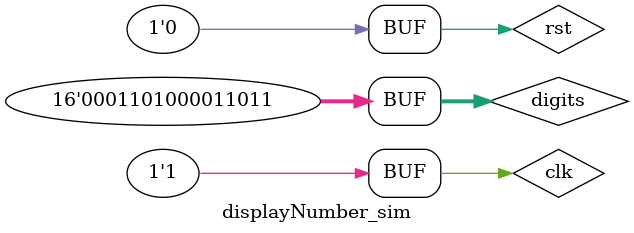
<source format=v>
`timescale 1ns / 1ps


module displayNumber_sim;

	// Inputs
	reg [15:0] digits;
	reg clk;
	reg rst;

	// Outputs
	wire [7:0] SEG;
	wire [3:0] AN;
	wire [3:0] test;
	wire [1:0] test0;

	// Instantiate the Unit Under Test (UUT)
	displayNumber uut (
		.digits(digits), 
		.clk(clk), 
		.rst(rst), 
		.SEG(SEG), 
		.AN(AN), 
		.test(test), 
		.test0(test0)
	);

	initial begin
		// Initialize Inputs
		digits = 16'b0001101000011011;
		clk = 0;
		rst = 0;

		// Wait 100 ns for global reset to finish
		#100;
		
		// Add stimulus here
		
		#10 clk = 1;
		#10 clk = 0;
		#10 clk = 1;
		#10 clk = 0;
		#10 clk = 1;
		#10 clk = 0;
		#10 clk = 1;
		#10 clk = 0;
		#10 clk = 1;
		#10 clk = 0;
		#10 clk = 1;
		#10 clk = 0;
		#10 clk = 1;
		#10 clk = 0;
		#10 clk = 1;
		#10 clk = 0;
		#10 clk = 1;
		#10 clk = 0;
		#10 clk = 1;

	end
      
endmodule


</source>
